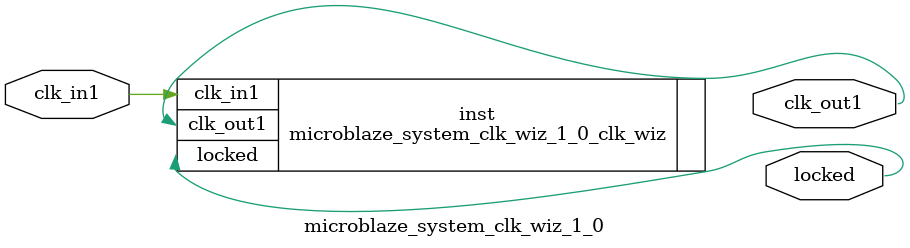
<source format=v>


`timescale 1ps/1ps

(* CORE_GENERATION_INFO = "microblaze_system_clk_wiz_1_0,clk_wiz_v5_4_3_0,{component_name=microblaze_system_clk_wiz_1_0,use_phase_alignment=true,use_min_o_jitter=false,use_max_i_jitter=false,use_dyn_phase_shift=false,use_inclk_switchover=false,use_dyn_reconfig=false,enable_axi=0,feedback_source=FDBK_AUTO,PRIMITIVE=MMCM,num_out_clk=1,clkin1_period=8.000,clkin2_period=10.000,use_power_down=false,use_reset=false,use_locked=true,use_inclk_stopped=false,feedback_type=SINGLE,CLOCK_MGR_TYPE=NA,manual_override=false}" *)

module microblaze_system_clk_wiz_1_0 
 (
  // Clock out ports
  output        clk_out1,
  // Status and control signals
  output        locked,
 // Clock in ports
  input         clk_in1
 );

  microblaze_system_clk_wiz_1_0_clk_wiz inst
  (
  // Clock out ports  
  .clk_out1(clk_out1),
  // Status and control signals               
  .locked(locked),
 // Clock in ports
  .clk_in1(clk_in1)
  );

endmodule

</source>
